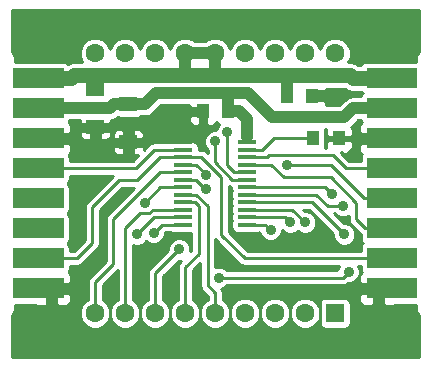
<source format=gbr>
G04 #@! TF.FileFunction,Copper,L1,Top,Signal*
%FSLAX46Y46*%
G04 Gerber Fmt 4.6, Leading zero omitted, Abs format (unit mm)*
G04 Created by KiCad (PCBNEW (2015-12-09 BZR 6195)-product) date Sun Sep  4 13:43:46 2016*
%MOMM*%
G01*
G04 APERTURE LIST*
%ADD10C,0.100000*%
%ADD11R,1.600000X0.400000*%
%ADD12R,1.600000X1.600000*%
%ADD13C,1.600000*%
%ADD14R,3.302000X1.778000*%
%ADD15R,2.032000X1.778000*%
%ADD16R,1.600000X1.200000*%
%ADD17R,1.100000X1.250000*%
%ADD18R,1.000000X1.300000*%
%ADD19C,1.143000*%
%ADD20C,0.889000*%
%ADD21C,1.016000*%
%ADD22C,0.254000*%
%ADD23C,1.270000*%
G04 APERTURE END LIST*
D10*
D11*
X142080000Y-95567500D03*
X142080000Y-96202500D03*
X142080000Y-96837500D03*
X142080000Y-97472500D03*
X142080000Y-98107500D03*
X142080000Y-98742500D03*
X142080000Y-99377500D03*
X142080000Y-100012500D03*
X142080000Y-100647500D03*
X142080000Y-101282500D03*
X142080000Y-101917500D03*
X142080000Y-102552500D03*
X147480000Y-102552500D03*
X147480000Y-101917500D03*
X147480000Y-101282500D03*
X147480000Y-100647500D03*
X147480000Y-100012500D03*
X147480000Y-99377500D03*
X147480000Y-98742500D03*
X147480000Y-98107500D03*
X147480000Y-97472500D03*
X147480000Y-96837500D03*
X147480000Y-96202500D03*
X147480000Y-95567500D03*
D12*
X154940000Y-110060000D03*
D13*
X152400000Y-110060000D03*
X149860000Y-110060000D03*
X147320000Y-110060000D03*
X144780000Y-110060000D03*
X142240000Y-110060000D03*
X139700000Y-110060000D03*
X137160000Y-110060000D03*
X134620000Y-110060000D03*
X134620000Y-88060000D03*
X137160000Y-88060000D03*
X139700000Y-88060000D03*
X142240000Y-88060000D03*
X144780000Y-88060000D03*
X147320000Y-88060000D03*
X149860000Y-88060000D03*
X152400000Y-88060000D03*
X154940000Y-88060000D03*
D14*
X129286000Y-107950000D03*
X129286000Y-105410000D03*
X129286000Y-102870000D03*
X129286000Y-100330000D03*
X129286000Y-97790000D03*
X129286000Y-95250000D03*
X129286000Y-92710000D03*
D15*
X130937000Y-90170000D03*
X130937000Y-92710000D03*
X130937000Y-95250000D03*
X130937000Y-97790000D03*
X130937000Y-100330000D03*
X130937000Y-102870000D03*
X130937000Y-105410000D03*
X130937000Y-107950000D03*
D14*
X129286000Y-90170000D03*
X160274000Y-90170000D03*
X160274000Y-92710000D03*
X160274000Y-95250000D03*
X160274000Y-97790000D03*
X160274000Y-100330000D03*
X160274000Y-102870000D03*
X160274000Y-105410000D03*
D15*
X158623000Y-107950000D03*
X158623000Y-105410000D03*
X158623000Y-102870000D03*
X158623000Y-100330000D03*
X158623000Y-97790000D03*
X158623000Y-95250000D03*
X158623000Y-92710000D03*
X158623000Y-90170000D03*
D14*
X160274000Y-107950000D03*
D16*
X137414000Y-92380000D03*
X137414000Y-95580000D03*
D17*
X143730000Y-92964000D03*
X145830000Y-92964000D03*
D16*
X134620000Y-91110000D03*
X134620000Y-94310000D03*
D17*
X152942000Y-91694000D03*
X150842000Y-91694000D03*
D18*
X155278000Y-95250000D03*
X153078000Y-95250000D03*
D19*
X148590000Y-111760000D03*
X140970000Y-111760000D03*
X140970000Y-86360000D03*
X148590000Y-86360000D03*
X141478000Y-92964000D03*
X141478000Y-94234000D03*
X145542000Y-105410000D03*
X147447000Y-103886000D03*
X133223000Y-99060000D03*
X158623000Y-111760000D03*
X130937000Y-111760000D03*
X130937000Y-86360000D03*
X158623000Y-86360000D03*
X155194000Y-91694000D03*
D20*
X150876000Y-97536000D03*
X143964052Y-98351948D03*
X156083000Y-106553000D03*
X145097520Y-107061000D03*
X141732006Y-104648000D03*
X144018000Y-99567998D03*
X138811000Y-100711000D03*
X138176000Y-103378000D03*
X139573000Y-103251000D03*
X149479000Y-102997000D03*
X151130000Y-102362000D03*
X152400000Y-102362000D03*
X155702000Y-103378000D03*
X155575000Y-100965000D03*
X154686000Y-99949000D03*
X144780000Y-95504000D03*
X145796000Y-94742000D03*
D21*
X149606000Y-93472000D02*
X155702000Y-93472000D01*
X155702000Y-93472000D02*
X156464000Y-92710000D01*
X156464000Y-92710000D02*
X160655000Y-92710000D01*
X145830000Y-92964000D02*
X146812000Y-92964000D01*
X146812000Y-92964000D02*
X147480000Y-93632000D01*
X147480000Y-93632000D02*
X147480000Y-95113500D01*
X145830000Y-92964000D02*
X145830000Y-91640020D01*
X145830000Y-91640020D02*
X146030020Y-91440000D01*
X128905000Y-92710000D02*
X135890000Y-92710000D01*
X135890000Y-92710000D02*
X136220000Y-92380000D01*
X136220000Y-92380000D02*
X137414000Y-92380000D01*
X137414000Y-92380000D02*
X138830000Y-92380000D01*
X138830000Y-92380000D02*
X139770000Y-91440000D01*
X139770000Y-91440000D02*
X146029980Y-91440000D01*
X146029980Y-91440000D02*
X146029990Y-91440010D01*
X146030010Y-91440010D02*
X146030020Y-91440000D01*
X146030020Y-91440000D02*
X147574000Y-91440000D01*
X147574000Y-91440000D02*
X149606000Y-93472000D01*
X149606000Y-93472000D02*
X151257000Y-93472000D01*
D22*
X147480000Y-95113500D02*
X147480000Y-95567500D01*
X158623000Y-86360000D02*
X148590000Y-86360000D01*
X141478000Y-92964000D02*
X143730000Y-92964000D01*
X138862000Y-95580000D02*
X137414000Y-95580000D01*
X141478000Y-94234000D02*
X140208000Y-94234000D01*
X140208000Y-94234000D02*
X138862000Y-95580000D01*
X134620000Y-94310000D02*
X133401000Y-94310000D01*
X133401000Y-94310000D02*
X132461000Y-95250000D01*
X132461000Y-95250000D02*
X128905000Y-95250000D01*
X136017000Y-95377000D02*
X136017000Y-94488000D01*
X136017000Y-94488000D02*
X135839000Y-94310000D01*
X135839000Y-94310000D02*
X134620000Y-94310000D01*
X137414000Y-95580000D02*
X136220000Y-95580000D01*
X136220000Y-95580000D02*
X136017000Y-95377000D01*
X143730000Y-92964000D02*
X143730000Y-94014000D01*
X143730000Y-94014000D02*
X143129000Y-94615000D01*
X143129000Y-94615000D02*
X142367000Y-94615000D01*
X142367000Y-94615000D02*
X142080000Y-94902000D01*
X142080000Y-94902000D02*
X142080000Y-95567500D01*
X158623000Y-95250000D02*
X155278000Y-95250000D01*
D21*
X155194000Y-91694000D02*
X152942000Y-91694000D01*
D22*
X151130000Y-111760000D02*
X153670000Y-111760000D01*
X151130000Y-111760000D02*
X151130000Y-109601000D01*
X148590000Y-111760000D02*
X151130000Y-111760000D01*
X148590000Y-111760000D02*
X148590000Y-109601000D01*
X146050000Y-111760000D02*
X148590000Y-111760000D01*
X153670000Y-111760000D02*
X153670000Y-108966000D01*
X135890000Y-111760000D02*
X135890000Y-109601000D01*
X138430000Y-111760000D02*
X138430000Y-109601000D01*
X140970000Y-111760000D02*
X140970000Y-109601000D01*
X143510000Y-111760000D02*
X143510000Y-109601000D01*
X143510000Y-111760000D02*
X146050000Y-111760000D01*
X146050000Y-111760000D02*
X146050000Y-109601000D01*
X147447000Y-103886000D02*
X147574000Y-103759000D01*
D21*
X130937000Y-107950000D02*
X130937000Y-111760000D01*
D22*
X143510000Y-111760000D02*
X140970000Y-111760000D01*
X140970000Y-111760000D02*
X138430000Y-111760000D01*
X138430000Y-111760000D02*
X135890000Y-111760000D01*
X135890000Y-111760000D02*
X130937000Y-111760000D01*
D21*
X158623000Y-111760000D02*
X158623000Y-107950000D01*
X130937000Y-107950000D02*
X128905000Y-107950000D01*
D22*
X158623000Y-95250000D02*
X160655000Y-95250000D01*
D23*
X144780000Y-89916000D02*
X142240000Y-89916000D01*
X142240000Y-89916000D02*
X134620000Y-89916000D01*
D21*
X142240000Y-88060000D02*
X142240000Y-89916000D01*
D23*
X150876000Y-89916000D02*
X144780000Y-89916000D01*
D21*
X144780000Y-88060000D02*
X144780000Y-89916000D01*
D23*
X156210000Y-89916000D02*
X150876000Y-89916000D01*
D21*
X150842000Y-91694000D02*
X150842000Y-89950000D01*
X150842000Y-89950000D02*
X150876000Y-89916000D01*
D23*
X134620000Y-89916000D02*
X132842000Y-89916000D01*
D21*
X134620000Y-91110000D02*
X134620000Y-89916000D01*
D23*
X158623000Y-90170000D02*
X156464000Y-90170000D01*
X156464000Y-90170000D02*
X156210000Y-89916000D01*
X132842000Y-89916000D02*
X132588000Y-90170000D01*
X132588000Y-90170000D02*
X130937000Y-90170000D01*
D21*
X144780000Y-88060000D02*
X142240000Y-88060000D01*
D22*
X150876000Y-97536000D02*
X154559000Y-97536000D01*
X154559000Y-97536000D02*
X157353000Y-100330000D01*
X157353000Y-100330000D02*
X158623000Y-100330000D01*
X143134000Y-97472500D02*
X143964052Y-98302552D01*
X143964052Y-98302552D02*
X143964052Y-98351948D01*
X142080000Y-97472500D02*
X143134000Y-97472500D01*
X156083000Y-106553000D02*
X155575000Y-107061000D01*
X155575000Y-107061000D02*
X145097520Y-107061000D01*
X147480000Y-97472500D02*
X149542500Y-97472500D01*
X149542500Y-97472500D02*
X150622000Y-98552000D01*
X154570380Y-98552000D02*
X156718000Y-100699620D01*
X150622000Y-98552000D02*
X154570380Y-98552000D01*
X156718000Y-100699620D02*
X156718000Y-102108000D01*
X156718000Y-102108000D02*
X157480000Y-102870000D01*
X157480000Y-102870000D02*
X158623000Y-102870000D01*
X158623000Y-102870000D02*
X160655000Y-102870000D01*
X158470600Y-102870000D02*
X158623000Y-102870000D01*
X158623000Y-105410000D02*
X160655000Y-105410000D01*
X140144500Y-96837500D02*
X142080000Y-96837500D01*
X136652000Y-98806000D02*
X138176000Y-98806000D01*
X134366000Y-101092000D02*
X136652000Y-98806000D01*
X138176000Y-98806000D02*
X140144500Y-96837500D01*
X134366000Y-104140000D02*
X134366000Y-101092000D01*
X133096000Y-105410000D02*
X134366000Y-104140000D01*
X128905000Y-105410000D02*
X133096000Y-105410000D01*
X143617066Y-96837500D02*
X145288000Y-98508434D01*
X147264626Y-105410000D02*
X158623000Y-105410000D01*
X145288000Y-98508434D02*
X145288000Y-103433374D01*
X142080000Y-96837500D02*
X143617066Y-96837500D01*
X145288000Y-103433374D02*
X147264626Y-105410000D01*
X147480000Y-96837500D02*
X149209758Y-96837500D01*
X149209758Y-96837500D02*
X149352740Y-96694518D01*
X149352740Y-96694518D02*
X154733518Y-96694518D01*
X154733518Y-96694518D02*
X155829000Y-97790000D01*
X155829000Y-97790000D02*
X158623000Y-97790000D01*
X158623000Y-97790000D02*
X160655000Y-97790000D01*
X153078000Y-95250000D02*
X149733000Y-95250000D01*
X147480000Y-96202500D02*
X148780500Y-96202500D01*
X148780500Y-96202500D02*
X149733000Y-95250000D01*
X142080000Y-98107500D02*
X140144500Y-98107500D01*
X140144500Y-98107500D02*
X136144000Y-102108000D01*
X136144000Y-102108000D02*
X136144000Y-105918000D01*
X136144000Y-105918000D02*
X134620000Y-107442000D01*
X134620000Y-107442000D02*
X134620000Y-110060000D01*
X139700000Y-110060000D02*
X139700000Y-106680006D01*
X139700000Y-106680006D02*
X141732006Y-104648000D01*
X143134000Y-98742500D02*
X143959498Y-99567998D01*
X142080000Y-98742500D02*
X143134000Y-98742500D01*
X143959498Y-99567998D02*
X144018000Y-99567998D01*
X138811000Y-100711000D02*
X140144500Y-99377500D01*
X140144500Y-99377500D02*
X142080000Y-99377500D01*
X144780000Y-108331000D02*
X144780000Y-110060000D01*
X144145000Y-107696000D02*
X144780000Y-108331000D01*
X144145000Y-101008566D02*
X144145000Y-107696000D01*
X143148934Y-100012500D02*
X144145000Y-101008566D01*
X142080000Y-100012500D02*
X143148934Y-100012500D01*
X143383000Y-100965000D02*
X143383000Y-105029000D01*
X143065500Y-100647500D02*
X143383000Y-100965000D01*
X142080000Y-100647500D02*
X143065500Y-100647500D01*
X142240000Y-106172000D02*
X142240000Y-110060000D01*
X143383000Y-105029000D02*
X142240000Y-106172000D01*
X137160000Y-110060000D02*
X137160000Y-102870000D01*
X137160000Y-102870000D02*
X138430000Y-101600000D01*
X138430000Y-101600000D02*
X139192000Y-101600000D01*
X139192000Y-101600000D02*
X139509500Y-101282500D01*
X139509500Y-101282500D02*
X142080000Y-101282500D01*
X142080000Y-101917500D02*
X139636500Y-101917500D01*
X139636500Y-101917500D02*
X138176000Y-103378000D01*
X140271500Y-102552500D02*
X139573000Y-103251000D01*
X142080000Y-102552500D02*
X140271500Y-102552500D01*
X147480000Y-102552500D02*
X149034501Y-102552501D01*
X149034501Y-102552501D02*
X149479000Y-102997000D01*
X151130000Y-102362000D02*
X150685500Y-101917500D01*
X150685500Y-101917500D02*
X147480000Y-101917500D01*
X152400000Y-102362000D02*
X151320500Y-101282500D01*
X151320500Y-101282500D02*
X147480000Y-101282500D01*
X155702000Y-103378000D02*
X152971500Y-100647500D01*
X152971500Y-100647500D02*
X147480000Y-100647500D01*
X155575000Y-100965000D02*
X154305000Y-100965000D01*
X154305000Y-100965000D02*
X153352500Y-100012500D01*
X153352500Y-100012500D02*
X147480000Y-100012500D01*
X154686000Y-99949000D02*
X154114500Y-99377500D01*
X154114500Y-99377500D02*
X147480000Y-99377500D01*
X144780000Y-97282000D02*
X144780000Y-95504000D01*
X147480000Y-98742500D02*
X146240500Y-98742500D01*
X146240500Y-98742500D02*
X144780000Y-97282000D01*
X145796000Y-97536000D02*
X145796000Y-94742000D01*
X146367500Y-98107500D02*
X145796000Y-97536000D01*
X147480000Y-98107500D02*
X146367500Y-98107500D01*
X139636500Y-96202500D02*
X142080000Y-96202500D01*
X138049000Y-97790000D02*
X139636500Y-96202500D01*
X128905000Y-97790000D02*
X138049000Y-97790000D01*
G36*
X135694987Y-101658987D02*
X135557336Y-101864996D01*
X135509000Y-102108000D01*
X135509000Y-105654975D01*
X134170987Y-106992987D01*
X134033336Y-107198996D01*
X133985000Y-107442000D01*
X133985000Y-108907119D01*
X133880046Y-108950485D01*
X133511778Y-109318110D01*
X133312228Y-109798681D01*
X133311774Y-110319036D01*
X133510485Y-110799954D01*
X133878110Y-111168222D01*
X134358681Y-111367772D01*
X134879036Y-111368226D01*
X135359954Y-111169515D01*
X135728222Y-110801890D01*
X135890152Y-110411918D01*
X136050485Y-110799954D01*
X136418110Y-111168222D01*
X136898681Y-111367772D01*
X137419036Y-111368226D01*
X137899954Y-111169515D01*
X138268222Y-110801890D01*
X138430152Y-110411918D01*
X138590485Y-110799954D01*
X138958110Y-111168222D01*
X139438681Y-111367772D01*
X139959036Y-111368226D01*
X140439954Y-111169515D01*
X140808222Y-110801890D01*
X140970152Y-110411918D01*
X141130485Y-110799954D01*
X141498110Y-111168222D01*
X141978681Y-111367772D01*
X142499036Y-111368226D01*
X142979954Y-111169515D01*
X143348222Y-110801890D01*
X143510152Y-110411918D01*
X143670485Y-110799954D01*
X144038110Y-111168222D01*
X144518681Y-111367772D01*
X145039036Y-111368226D01*
X145519954Y-111169515D01*
X145888222Y-110801890D01*
X146050152Y-110411918D01*
X146210485Y-110799954D01*
X146578110Y-111168222D01*
X147058681Y-111367772D01*
X147579036Y-111368226D01*
X148059954Y-111169515D01*
X148428222Y-110801890D01*
X148590152Y-110411918D01*
X148750485Y-110799954D01*
X149118110Y-111168222D01*
X149598681Y-111367772D01*
X150119036Y-111368226D01*
X150599954Y-111169515D01*
X150968222Y-110801890D01*
X151130152Y-110411918D01*
X151290485Y-110799954D01*
X151658110Y-111168222D01*
X152138681Y-111367772D01*
X152659036Y-111368226D01*
X153139954Y-111169515D01*
X153508222Y-110801890D01*
X153622048Y-110527766D01*
X153622048Y-110860000D01*
X153657470Y-111048253D01*
X153768728Y-111221153D01*
X153938488Y-111337145D01*
X154140000Y-111377952D01*
X155740000Y-111377952D01*
X155928253Y-111342530D01*
X156101153Y-111231272D01*
X156217145Y-111061512D01*
X156257952Y-110860000D01*
X156257952Y-109260000D01*
X156222530Y-109071747D01*
X156111272Y-108898847D01*
X155941512Y-108782855D01*
X155740000Y-108742048D01*
X154140000Y-108742048D01*
X153951747Y-108777470D01*
X153778847Y-108888728D01*
X153662855Y-109058488D01*
X153622048Y-109260000D01*
X153622048Y-109592397D01*
X153509515Y-109320046D01*
X153141890Y-108951778D01*
X152661319Y-108752228D01*
X152140964Y-108751774D01*
X151660046Y-108950485D01*
X151291778Y-109318110D01*
X151129848Y-109708082D01*
X150969515Y-109320046D01*
X150601890Y-108951778D01*
X150121319Y-108752228D01*
X149600964Y-108751774D01*
X149120046Y-108950485D01*
X148751778Y-109318110D01*
X148589848Y-109708082D01*
X148429515Y-109320046D01*
X148061890Y-108951778D01*
X147581319Y-108752228D01*
X147060964Y-108751774D01*
X146580046Y-108950485D01*
X146211778Y-109318110D01*
X146049848Y-109708082D01*
X145889515Y-109320046D01*
X145521890Y-108951778D01*
X145415000Y-108907394D01*
X145415000Y-108331005D01*
X145415001Y-108331000D01*
X145366664Y-108087996D01*
X145310324Y-108003678D01*
X145636363Y-107868961D01*
X145809627Y-107696000D01*
X155575000Y-107696000D01*
X155818004Y-107647664D01*
X156024013Y-107510013D01*
X156028573Y-107505453D01*
X156271633Y-107505665D01*
X156621843Y-107360961D01*
X156890020Y-107093253D01*
X157035335Y-106743295D01*
X157035665Y-106364367D01*
X156903705Y-106045000D01*
X157089048Y-106045000D01*
X157089048Y-106299000D01*
X157124470Y-106487253D01*
X157186431Y-106583543D01*
X157068673Y-106701301D01*
X156972000Y-106934690D01*
X156972000Y-107410250D01*
X157130750Y-107569000D01*
X158105048Y-107569000D01*
X158105048Y-108331000D01*
X157130750Y-108331000D01*
X156972000Y-108489750D01*
X156972000Y-108965310D01*
X157068673Y-109198699D01*
X157247302Y-109377327D01*
X157480691Y-109474000D01*
X158083250Y-109474000D01*
X158242000Y-109315250D01*
X158242000Y-109185035D01*
X158251728Y-109200153D01*
X158421488Y-109316145D01*
X158623000Y-109356952D01*
X159045702Y-109356952D01*
X159162750Y-109474000D01*
X159765309Y-109474000D01*
X159998698Y-109377327D01*
X160019073Y-109356952D01*
X161748000Y-109356952D01*
X161748000Y-109728000D01*
X161790475Y-109941537D01*
X161911434Y-110122566D01*
X162002000Y-110183080D01*
X162002000Y-113742000D01*
X127558000Y-113742000D01*
X127558000Y-110183080D01*
X127648566Y-110122566D01*
X127769525Y-109941537D01*
X127812000Y-109728000D01*
X127812000Y-109356952D01*
X129540927Y-109356952D01*
X129561302Y-109377327D01*
X129794691Y-109474000D01*
X130397250Y-109474000D01*
X130514298Y-109356952D01*
X130937000Y-109356952D01*
X131125253Y-109321530D01*
X131298153Y-109210272D01*
X131318000Y-109181225D01*
X131318000Y-109315250D01*
X131476750Y-109474000D01*
X132079309Y-109474000D01*
X132312698Y-109377327D01*
X132491327Y-109198699D01*
X132588000Y-108965310D01*
X132588000Y-108489750D01*
X132429250Y-108331000D01*
X131454952Y-108331000D01*
X131454952Y-107569000D01*
X132429250Y-107569000D01*
X132588000Y-107410250D01*
X132588000Y-106934690D01*
X132491327Y-106701301D01*
X132373476Y-106583450D01*
X132430145Y-106500512D01*
X132470952Y-106299000D01*
X132470952Y-106045000D01*
X133096000Y-106045000D01*
X133339004Y-105996664D01*
X133545013Y-105859013D01*
X134815013Y-104589013D01*
X134952664Y-104383004D01*
X135001000Y-104140000D01*
X135001000Y-101355026D01*
X136915026Y-99441000D01*
X137912974Y-99441000D01*
X135694987Y-101658987D01*
X135694987Y-101658987D01*
G37*
X135694987Y-101658987D02*
X135557336Y-101864996D01*
X135509000Y-102108000D01*
X135509000Y-105654975D01*
X134170987Y-106992987D01*
X134033336Y-107198996D01*
X133985000Y-107442000D01*
X133985000Y-108907119D01*
X133880046Y-108950485D01*
X133511778Y-109318110D01*
X133312228Y-109798681D01*
X133311774Y-110319036D01*
X133510485Y-110799954D01*
X133878110Y-111168222D01*
X134358681Y-111367772D01*
X134879036Y-111368226D01*
X135359954Y-111169515D01*
X135728222Y-110801890D01*
X135890152Y-110411918D01*
X136050485Y-110799954D01*
X136418110Y-111168222D01*
X136898681Y-111367772D01*
X137419036Y-111368226D01*
X137899954Y-111169515D01*
X138268222Y-110801890D01*
X138430152Y-110411918D01*
X138590485Y-110799954D01*
X138958110Y-111168222D01*
X139438681Y-111367772D01*
X139959036Y-111368226D01*
X140439954Y-111169515D01*
X140808222Y-110801890D01*
X140970152Y-110411918D01*
X141130485Y-110799954D01*
X141498110Y-111168222D01*
X141978681Y-111367772D01*
X142499036Y-111368226D01*
X142979954Y-111169515D01*
X143348222Y-110801890D01*
X143510152Y-110411918D01*
X143670485Y-110799954D01*
X144038110Y-111168222D01*
X144518681Y-111367772D01*
X145039036Y-111368226D01*
X145519954Y-111169515D01*
X145888222Y-110801890D01*
X146050152Y-110411918D01*
X146210485Y-110799954D01*
X146578110Y-111168222D01*
X147058681Y-111367772D01*
X147579036Y-111368226D01*
X148059954Y-111169515D01*
X148428222Y-110801890D01*
X148590152Y-110411918D01*
X148750485Y-110799954D01*
X149118110Y-111168222D01*
X149598681Y-111367772D01*
X150119036Y-111368226D01*
X150599954Y-111169515D01*
X150968222Y-110801890D01*
X151130152Y-110411918D01*
X151290485Y-110799954D01*
X151658110Y-111168222D01*
X152138681Y-111367772D01*
X152659036Y-111368226D01*
X153139954Y-111169515D01*
X153508222Y-110801890D01*
X153622048Y-110527766D01*
X153622048Y-110860000D01*
X153657470Y-111048253D01*
X153768728Y-111221153D01*
X153938488Y-111337145D01*
X154140000Y-111377952D01*
X155740000Y-111377952D01*
X155928253Y-111342530D01*
X156101153Y-111231272D01*
X156217145Y-111061512D01*
X156257952Y-110860000D01*
X156257952Y-109260000D01*
X156222530Y-109071747D01*
X156111272Y-108898847D01*
X155941512Y-108782855D01*
X155740000Y-108742048D01*
X154140000Y-108742048D01*
X153951747Y-108777470D01*
X153778847Y-108888728D01*
X153662855Y-109058488D01*
X153622048Y-109260000D01*
X153622048Y-109592397D01*
X153509515Y-109320046D01*
X153141890Y-108951778D01*
X152661319Y-108752228D01*
X152140964Y-108751774D01*
X151660046Y-108950485D01*
X151291778Y-109318110D01*
X151129848Y-109708082D01*
X150969515Y-109320046D01*
X150601890Y-108951778D01*
X150121319Y-108752228D01*
X149600964Y-108751774D01*
X149120046Y-108950485D01*
X148751778Y-109318110D01*
X148589848Y-109708082D01*
X148429515Y-109320046D01*
X148061890Y-108951778D01*
X147581319Y-108752228D01*
X147060964Y-108751774D01*
X146580046Y-108950485D01*
X146211778Y-109318110D01*
X146049848Y-109708082D01*
X145889515Y-109320046D01*
X145521890Y-108951778D01*
X145415000Y-108907394D01*
X145415000Y-108331005D01*
X145415001Y-108331000D01*
X145366664Y-108087996D01*
X145310324Y-108003678D01*
X145636363Y-107868961D01*
X145809627Y-107696000D01*
X155575000Y-107696000D01*
X155818004Y-107647664D01*
X156024013Y-107510013D01*
X156028573Y-107505453D01*
X156271633Y-107505665D01*
X156621843Y-107360961D01*
X156890020Y-107093253D01*
X157035335Y-106743295D01*
X157035665Y-106364367D01*
X156903705Y-106045000D01*
X157089048Y-106045000D01*
X157089048Y-106299000D01*
X157124470Y-106487253D01*
X157186431Y-106583543D01*
X157068673Y-106701301D01*
X156972000Y-106934690D01*
X156972000Y-107410250D01*
X157130750Y-107569000D01*
X158105048Y-107569000D01*
X158105048Y-108331000D01*
X157130750Y-108331000D01*
X156972000Y-108489750D01*
X156972000Y-108965310D01*
X157068673Y-109198699D01*
X157247302Y-109377327D01*
X157480691Y-109474000D01*
X158083250Y-109474000D01*
X158242000Y-109315250D01*
X158242000Y-109185035D01*
X158251728Y-109200153D01*
X158421488Y-109316145D01*
X158623000Y-109356952D01*
X159045702Y-109356952D01*
X159162750Y-109474000D01*
X159765309Y-109474000D01*
X159998698Y-109377327D01*
X160019073Y-109356952D01*
X161748000Y-109356952D01*
X161748000Y-109728000D01*
X161790475Y-109941537D01*
X161911434Y-110122566D01*
X162002000Y-110183080D01*
X162002000Y-113742000D01*
X127558000Y-113742000D01*
X127558000Y-110183080D01*
X127648566Y-110122566D01*
X127769525Y-109941537D01*
X127812000Y-109728000D01*
X127812000Y-109356952D01*
X129540927Y-109356952D01*
X129561302Y-109377327D01*
X129794691Y-109474000D01*
X130397250Y-109474000D01*
X130514298Y-109356952D01*
X130937000Y-109356952D01*
X131125253Y-109321530D01*
X131298153Y-109210272D01*
X131318000Y-109181225D01*
X131318000Y-109315250D01*
X131476750Y-109474000D01*
X132079309Y-109474000D01*
X132312698Y-109377327D01*
X132491327Y-109198699D01*
X132588000Y-108965310D01*
X132588000Y-108489750D01*
X132429250Y-108331000D01*
X131454952Y-108331000D01*
X131454952Y-107569000D01*
X132429250Y-107569000D01*
X132588000Y-107410250D01*
X132588000Y-106934690D01*
X132491327Y-106701301D01*
X132373476Y-106583450D01*
X132430145Y-106500512D01*
X132470952Y-106299000D01*
X132470952Y-106045000D01*
X133096000Y-106045000D01*
X133339004Y-105996664D01*
X133545013Y-105859013D01*
X134815013Y-104589013D01*
X134952664Y-104383004D01*
X135001000Y-104140000D01*
X135001000Y-101355026D01*
X136915026Y-99441000D01*
X137912974Y-99441000D01*
X135694987Y-101658987D01*
G36*
X141078488Y-103229645D02*
X141280000Y-103270452D01*
X142748000Y-103270452D01*
X142748000Y-104765974D01*
X142684349Y-104829625D01*
X142684671Y-104459367D01*
X142539967Y-104109157D01*
X142272259Y-103840980D01*
X141922301Y-103695665D01*
X141543373Y-103695335D01*
X141193163Y-103840039D01*
X140924986Y-104107747D01*
X140779671Y-104457705D01*
X140779458Y-104702523D01*
X139250987Y-106230993D01*
X139113336Y-106437002D01*
X139065000Y-106680006D01*
X139065000Y-108907119D01*
X138960046Y-108950485D01*
X138591778Y-109318110D01*
X138429848Y-109708082D01*
X138269515Y-109320046D01*
X137901890Y-108951778D01*
X137795000Y-108907394D01*
X137795000Y-104251148D01*
X137985705Y-104330335D01*
X138364633Y-104330665D01*
X138714843Y-104185961D01*
X138938044Y-103963151D01*
X139032747Y-104058020D01*
X139382705Y-104203335D01*
X139761633Y-104203665D01*
X140111843Y-104058961D01*
X140380020Y-103791253D01*
X140525335Y-103441295D01*
X140525548Y-103196478D01*
X140534526Y-103187500D01*
X141016807Y-103187500D01*
X141078488Y-103229645D01*
X141078488Y-103229645D01*
G37*
X141078488Y-103229645D02*
X141280000Y-103270452D01*
X142748000Y-103270452D01*
X142748000Y-104765974D01*
X142684349Y-104829625D01*
X142684671Y-104459367D01*
X142539967Y-104109157D01*
X142272259Y-103840980D01*
X141922301Y-103695665D01*
X141543373Y-103695335D01*
X141193163Y-103840039D01*
X140924986Y-104107747D01*
X140779671Y-104457705D01*
X140779458Y-104702523D01*
X139250987Y-106230993D01*
X139113336Y-106437002D01*
X139065000Y-106680006D01*
X139065000Y-108907119D01*
X138960046Y-108950485D01*
X138591778Y-109318110D01*
X138429848Y-109708082D01*
X138269515Y-109320046D01*
X137901890Y-108951778D01*
X137795000Y-108907394D01*
X137795000Y-104251148D01*
X137985705Y-104330335D01*
X138364633Y-104330665D01*
X138714843Y-104185961D01*
X138938044Y-103963151D01*
X139032747Y-104058020D01*
X139382705Y-104203335D01*
X139761633Y-104203665D01*
X140111843Y-104058961D01*
X140380020Y-103791253D01*
X140525335Y-103441295D01*
X140525548Y-103196478D01*
X140534526Y-103187500D01*
X141016807Y-103187500D01*
X141078488Y-103229645D01*
G36*
X141913315Y-105600659D02*
X141790987Y-105722987D01*
X141653336Y-105928996D01*
X141605000Y-106172000D01*
X141605000Y-108907119D01*
X141500046Y-108950485D01*
X141131778Y-109318110D01*
X140969848Y-109708082D01*
X140809515Y-109320046D01*
X140441890Y-108951778D01*
X140335000Y-108907394D01*
X140335000Y-106943032D01*
X141677578Y-105600453D01*
X141913315Y-105600659D01*
X141913315Y-105600659D01*
G37*
X141913315Y-105600659D02*
X141790987Y-105722987D01*
X141653336Y-105928996D01*
X141605000Y-106172000D01*
X141605000Y-108907119D01*
X141500046Y-108950485D01*
X141131778Y-109318110D01*
X140969848Y-109708082D01*
X140809515Y-109320046D01*
X140441890Y-108951778D01*
X140335000Y-108907394D01*
X140335000Y-106943032D01*
X141677578Y-105600453D01*
X141913315Y-105600659D01*
G36*
X143510000Y-107696000D02*
X143558336Y-107939004D01*
X143695987Y-108145013D01*
X144145000Y-108594026D01*
X144145000Y-108907119D01*
X144040046Y-108950485D01*
X143671778Y-109318110D01*
X143509848Y-109708082D01*
X143349515Y-109320046D01*
X142981890Y-108951778D01*
X142875000Y-108907394D01*
X142875000Y-106435026D01*
X143510000Y-105800026D01*
X143510000Y-107696000D01*
X143510000Y-107696000D01*
G37*
X143510000Y-107696000D02*
X143558336Y-107939004D01*
X143695987Y-108145013D01*
X144145000Y-108594026D01*
X144145000Y-108907119D01*
X144040046Y-108950485D01*
X143671778Y-109318110D01*
X143509848Y-109708082D01*
X143349515Y-109320046D01*
X142981890Y-108951778D01*
X142875000Y-108907394D01*
X142875000Y-106435026D01*
X143510000Y-105800026D01*
X143510000Y-107696000D01*
G36*
X136525000Y-108907119D02*
X136420046Y-108950485D01*
X136051778Y-109318110D01*
X135889848Y-109708082D01*
X135729515Y-109320046D01*
X135361890Y-108951778D01*
X135255000Y-108907394D01*
X135255000Y-107705026D01*
X136525000Y-106435025D01*
X136525000Y-108907119D01*
X136525000Y-108907119D01*
G37*
X136525000Y-108907119D02*
X136420046Y-108950485D01*
X136051778Y-109318110D01*
X135889848Y-109708082D01*
X135729515Y-109320046D01*
X135361890Y-108951778D01*
X135255000Y-108907394D01*
X135255000Y-107705026D01*
X136525000Y-106435025D01*
X136525000Y-108907119D01*
G36*
X144838987Y-103882387D02*
X146815613Y-105859013D01*
X147021621Y-105996664D01*
X147264626Y-106045000D01*
X155262587Y-106045000D01*
X155130665Y-106362705D01*
X155130610Y-106426000D01*
X145809492Y-106426000D01*
X145637773Y-106253980D01*
X145287815Y-106108665D01*
X144908887Y-106108335D01*
X144780000Y-106161590D01*
X144780000Y-103794107D01*
X144838987Y-103882387D01*
X144838987Y-103882387D01*
G37*
X144838987Y-103882387D02*
X146815613Y-105859013D01*
X147021621Y-105996664D01*
X147264626Y-106045000D01*
X155262587Y-106045000D01*
X155130665Y-106362705D01*
X155130610Y-106426000D01*
X145809492Y-106426000D01*
X145637773Y-106253980D01*
X145287815Y-106108665D01*
X144908887Y-106108335D01*
X144780000Y-106161590D01*
X144780000Y-103794107D01*
X144838987Y-103882387D01*
G36*
X133916987Y-100642987D02*
X133779336Y-100848996D01*
X133731000Y-101092000D01*
X133731000Y-103876974D01*
X132832974Y-104775000D01*
X132470952Y-104775000D01*
X132470952Y-104521000D01*
X132435530Y-104332747D01*
X132324272Y-104159847D01*
X132297073Y-104141263D01*
X132314153Y-104130272D01*
X132430145Y-103960512D01*
X132470952Y-103759000D01*
X132470952Y-101981000D01*
X132435530Y-101792747D01*
X132324272Y-101619847D01*
X132297073Y-101601263D01*
X132314153Y-101590272D01*
X132430145Y-101420512D01*
X132470952Y-101219000D01*
X132470952Y-99441000D01*
X132435530Y-99252747D01*
X132324272Y-99079847D01*
X132297073Y-99061263D01*
X132314153Y-99050272D01*
X132430145Y-98880512D01*
X132470952Y-98679000D01*
X132470952Y-98425000D01*
X136134974Y-98425000D01*
X133916987Y-100642987D01*
X133916987Y-100642987D01*
G37*
X133916987Y-100642987D02*
X133779336Y-100848996D01*
X133731000Y-101092000D01*
X133731000Y-103876974D01*
X132832974Y-104775000D01*
X132470952Y-104775000D01*
X132470952Y-104521000D01*
X132435530Y-104332747D01*
X132324272Y-104159847D01*
X132297073Y-104141263D01*
X132314153Y-104130272D01*
X132430145Y-103960512D01*
X132470952Y-103759000D01*
X132470952Y-101981000D01*
X132435530Y-101792747D01*
X132324272Y-101619847D01*
X132297073Y-101601263D01*
X132314153Y-101590272D01*
X132430145Y-101420512D01*
X132470952Y-101219000D01*
X132470952Y-99441000D01*
X132435530Y-99252747D01*
X132324272Y-99079847D01*
X132297073Y-99061263D01*
X132314153Y-99050272D01*
X132430145Y-98880512D01*
X132470952Y-98679000D01*
X132470952Y-98425000D01*
X136134974Y-98425000D01*
X133916987Y-100642987D01*
G36*
X145997496Y-99329164D02*
X146162048Y-99361895D01*
X146162048Y-99577500D01*
X146184969Y-99699314D01*
X146162048Y-99812500D01*
X146162048Y-100212500D01*
X146184969Y-100334314D01*
X146162048Y-100447500D01*
X146162048Y-100847500D01*
X146184969Y-100969314D01*
X146162048Y-101082500D01*
X146162048Y-101482500D01*
X146184969Y-101604314D01*
X146162048Y-101717500D01*
X146162048Y-102117500D01*
X146184969Y-102239314D01*
X146162048Y-102352500D01*
X146162048Y-102752500D01*
X146197470Y-102940753D01*
X146308728Y-103113653D01*
X146478488Y-103229645D01*
X146680000Y-103270452D01*
X148280000Y-103270452D01*
X148468253Y-103235030D01*
X148530259Y-103195130D01*
X148671039Y-103535843D01*
X148938747Y-103804020D01*
X149288705Y-103949335D01*
X149667633Y-103949665D01*
X150017843Y-103804961D01*
X150286020Y-103537253D01*
X150431335Y-103187295D01*
X150431489Y-103010485D01*
X150589747Y-103169020D01*
X150939705Y-103314335D01*
X151318633Y-103314665D01*
X151668843Y-103169961D01*
X151764933Y-103074039D01*
X151859747Y-103169020D01*
X152209705Y-103314335D01*
X152588633Y-103314665D01*
X152938843Y-103169961D01*
X153207020Y-102902253D01*
X153352335Y-102552295D01*
X153352665Y-102173367D01*
X153207961Y-101823157D01*
X152940253Y-101554980D01*
X152590295Y-101409665D01*
X152345477Y-101409452D01*
X152218526Y-101282500D01*
X152708474Y-101282500D01*
X154749547Y-103323573D01*
X154749335Y-103566633D01*
X154894039Y-103916843D01*
X155161747Y-104185020D01*
X155511705Y-104330335D01*
X155890633Y-104330665D01*
X156240843Y-104185961D01*
X156509020Y-103918253D01*
X156654335Y-103568295D01*
X156654665Y-103189367D01*
X156509961Y-102839157D01*
X156242253Y-102570980D01*
X155892295Y-102425665D01*
X155647478Y-102425452D01*
X154822026Y-101600000D01*
X154863028Y-101600000D01*
X155034747Y-101772020D01*
X155384705Y-101917335D01*
X155763633Y-101917665D01*
X156083000Y-101785705D01*
X156083000Y-102108000D01*
X156131336Y-102351004D01*
X156268987Y-102557013D01*
X157030987Y-103319013D01*
X157089048Y-103357808D01*
X157089048Y-103759000D01*
X157124470Y-103947253D01*
X157235728Y-104120153D01*
X157262927Y-104138737D01*
X157245847Y-104149728D01*
X157129855Y-104319488D01*
X157089048Y-104521000D01*
X157089048Y-104775000D01*
X147527652Y-104775000D01*
X145923000Y-103170348D01*
X145923000Y-99279387D01*
X145997496Y-99329164D01*
X145997496Y-99329164D01*
G37*
X145997496Y-99329164D02*
X146162048Y-99361895D01*
X146162048Y-99577500D01*
X146184969Y-99699314D01*
X146162048Y-99812500D01*
X146162048Y-100212500D01*
X146184969Y-100334314D01*
X146162048Y-100447500D01*
X146162048Y-100847500D01*
X146184969Y-100969314D01*
X146162048Y-101082500D01*
X146162048Y-101482500D01*
X146184969Y-101604314D01*
X146162048Y-101717500D01*
X146162048Y-102117500D01*
X146184969Y-102239314D01*
X146162048Y-102352500D01*
X146162048Y-102752500D01*
X146197470Y-102940753D01*
X146308728Y-103113653D01*
X146478488Y-103229645D01*
X146680000Y-103270452D01*
X148280000Y-103270452D01*
X148468253Y-103235030D01*
X148530259Y-103195130D01*
X148671039Y-103535843D01*
X148938747Y-103804020D01*
X149288705Y-103949335D01*
X149667633Y-103949665D01*
X150017843Y-103804961D01*
X150286020Y-103537253D01*
X150431335Y-103187295D01*
X150431489Y-103010485D01*
X150589747Y-103169020D01*
X150939705Y-103314335D01*
X151318633Y-103314665D01*
X151668843Y-103169961D01*
X151764933Y-103074039D01*
X151859747Y-103169020D01*
X152209705Y-103314335D01*
X152588633Y-103314665D01*
X152938843Y-103169961D01*
X153207020Y-102902253D01*
X153352335Y-102552295D01*
X153352665Y-102173367D01*
X153207961Y-101823157D01*
X152940253Y-101554980D01*
X152590295Y-101409665D01*
X152345477Y-101409452D01*
X152218526Y-101282500D01*
X152708474Y-101282500D01*
X154749547Y-103323573D01*
X154749335Y-103566633D01*
X154894039Y-103916843D01*
X155161747Y-104185020D01*
X155511705Y-104330335D01*
X155890633Y-104330665D01*
X156240843Y-104185961D01*
X156509020Y-103918253D01*
X156654335Y-103568295D01*
X156654665Y-103189367D01*
X156509961Y-102839157D01*
X156242253Y-102570980D01*
X155892295Y-102425665D01*
X155647478Y-102425452D01*
X154822026Y-101600000D01*
X154863028Y-101600000D01*
X155034747Y-101772020D01*
X155384705Y-101917335D01*
X155763633Y-101917665D01*
X156083000Y-101785705D01*
X156083000Y-102108000D01*
X156131336Y-102351004D01*
X156268987Y-102557013D01*
X157030987Y-103319013D01*
X157089048Y-103357808D01*
X157089048Y-103759000D01*
X157124470Y-103947253D01*
X157235728Y-104120153D01*
X157262927Y-104138737D01*
X157245847Y-104149728D01*
X157129855Y-104319488D01*
X157089048Y-104521000D01*
X157089048Y-104775000D01*
X147527652Y-104775000D01*
X145923000Y-103170348D01*
X145923000Y-99279387D01*
X145997496Y-99329164D01*
G36*
X142545000Y-92492750D02*
X142703750Y-92651500D01*
X143455000Y-92651500D01*
X143455000Y-92563000D01*
X144005000Y-92563000D01*
X144005000Y-92651500D01*
X144131000Y-92651500D01*
X144131000Y-93276500D01*
X144005000Y-93276500D01*
X144005000Y-94065250D01*
X144163750Y-94224000D01*
X144406309Y-94224000D01*
X144639698Y-94127327D01*
X144818327Y-93948699D01*
X144853363Y-93864114D01*
X144908728Y-93950153D01*
X145078488Y-94066145D01*
X145117006Y-94073945D01*
X144988980Y-94201747D01*
X144843727Y-94551555D01*
X144591367Y-94551335D01*
X144241157Y-94696039D01*
X143972980Y-94963747D01*
X143827665Y-95313705D01*
X143827335Y-95692633D01*
X143972039Y-96042843D01*
X144145000Y-96216107D01*
X144145000Y-96467408D01*
X144066079Y-96388487D01*
X143860070Y-96250836D01*
X143617066Y-96202500D01*
X143397952Y-96202500D01*
X143397952Y-96002500D01*
X143362530Y-95814247D01*
X143251272Y-95641347D01*
X143081512Y-95525355D01*
X142880000Y-95484548D01*
X141280000Y-95484548D01*
X141091747Y-95519970D01*
X141017883Y-95567500D01*
X139636500Y-95567500D01*
X139393496Y-95615836D01*
X139187487Y-95753487D01*
X138722000Y-96218974D01*
X138722000Y-96007000D01*
X138595000Y-95880000D01*
X137795000Y-95880000D01*
X137795000Y-96561000D01*
X137922000Y-96688000D01*
X138252974Y-96688000D01*
X137785974Y-97155000D01*
X132470952Y-97155000D01*
X132470952Y-96901000D01*
X132435530Y-96712747D01*
X132373569Y-96616457D01*
X132491327Y-96498699D01*
X132588000Y-96265310D01*
X132588000Y-96007000D01*
X136106000Y-96007000D01*
X136106000Y-96281047D01*
X136183338Y-96467758D01*
X136326241Y-96610661D01*
X136512952Y-96688000D01*
X136906000Y-96688000D01*
X137033000Y-96561000D01*
X137033000Y-95880000D01*
X136233000Y-95880000D01*
X136106000Y-96007000D01*
X132588000Y-96007000D01*
X132588000Y-95789750D01*
X132429250Y-95631000D01*
X131572000Y-95631000D01*
X131572000Y-95535750D01*
X131413250Y-95377000D01*
X129413000Y-95377000D01*
X129413000Y-95397000D01*
X129159000Y-95397000D01*
X129159000Y-95377000D01*
X129139000Y-95377000D01*
X129139000Y-95123000D01*
X129159000Y-95123000D01*
X129159000Y-95103000D01*
X129413000Y-95103000D01*
X129413000Y-95123000D01*
X131413250Y-95123000D01*
X131572000Y-94964250D01*
X131572000Y-94869000D01*
X132429250Y-94869000D01*
X132561250Y-94737000D01*
X133312000Y-94737000D01*
X133312000Y-95011047D01*
X133389338Y-95197758D01*
X133532241Y-95340661D01*
X133718952Y-95418000D01*
X134112000Y-95418000D01*
X134239000Y-95291000D01*
X134239000Y-94610000D01*
X135001000Y-94610000D01*
X135001000Y-95291000D01*
X135128000Y-95418000D01*
X135521048Y-95418000D01*
X135707759Y-95340661D01*
X135850662Y-95197758D01*
X135928000Y-95011047D01*
X135928000Y-94878953D01*
X136106000Y-94878953D01*
X136106000Y-95153000D01*
X136233000Y-95280000D01*
X137033000Y-95280000D01*
X137033000Y-94599000D01*
X137795000Y-94599000D01*
X137795000Y-95280000D01*
X138595000Y-95280000D01*
X138722000Y-95153000D01*
X138722000Y-94878953D01*
X138644662Y-94692242D01*
X138501759Y-94549339D01*
X138315048Y-94472000D01*
X137922000Y-94472000D01*
X137795000Y-94599000D01*
X137033000Y-94599000D01*
X136906000Y-94472000D01*
X136512952Y-94472000D01*
X136326241Y-94549339D01*
X136183338Y-94692242D01*
X136106000Y-94878953D01*
X135928000Y-94878953D01*
X135928000Y-94737000D01*
X135801000Y-94610000D01*
X135001000Y-94610000D01*
X134239000Y-94610000D01*
X133439000Y-94610000D01*
X133312000Y-94737000D01*
X132561250Y-94737000D01*
X132588000Y-94710250D01*
X132588000Y-94234690D01*
X132491327Y-94001301D01*
X132373476Y-93883450D01*
X132430145Y-93800512D01*
X132445234Y-93726000D01*
X133312000Y-93726000D01*
X133312000Y-93883000D01*
X133439000Y-94010000D01*
X134239000Y-94010000D01*
X134239000Y-93909000D01*
X135001000Y-93909000D01*
X135001000Y-94010000D01*
X135801000Y-94010000D01*
X135928000Y-93883000D01*
X135928000Y-93718441D01*
X136214300Y-93661493D01*
X136278807Y-93648662D01*
X136529859Y-93480913D01*
X136614000Y-93497952D01*
X138214000Y-93497952D01*
X138402253Y-93462530D01*
X138444647Y-93435250D01*
X142545000Y-93435250D01*
X142545000Y-93715310D01*
X142641673Y-93948699D01*
X142820302Y-94127327D01*
X143053691Y-94224000D01*
X143296250Y-94224000D01*
X143455000Y-94065250D01*
X143455000Y-93276500D01*
X142703750Y-93276500D01*
X142545000Y-93435250D01*
X138444647Y-93435250D01*
X138505644Y-93396000D01*
X138830000Y-93396000D01*
X139166833Y-93329000D01*
X139218807Y-93318662D01*
X139548420Y-93098420D01*
X140190841Y-92456000D01*
X142545000Y-92456000D01*
X142545000Y-92492750D01*
X142545000Y-92492750D01*
G37*
X142545000Y-92492750D02*
X142703750Y-92651500D01*
X143455000Y-92651500D01*
X143455000Y-92563000D01*
X144005000Y-92563000D01*
X144005000Y-92651500D01*
X144131000Y-92651500D01*
X144131000Y-93276500D01*
X144005000Y-93276500D01*
X144005000Y-94065250D01*
X144163750Y-94224000D01*
X144406309Y-94224000D01*
X144639698Y-94127327D01*
X144818327Y-93948699D01*
X144853363Y-93864114D01*
X144908728Y-93950153D01*
X145078488Y-94066145D01*
X145117006Y-94073945D01*
X144988980Y-94201747D01*
X144843727Y-94551555D01*
X144591367Y-94551335D01*
X144241157Y-94696039D01*
X143972980Y-94963747D01*
X143827665Y-95313705D01*
X143827335Y-95692633D01*
X143972039Y-96042843D01*
X144145000Y-96216107D01*
X144145000Y-96467408D01*
X144066079Y-96388487D01*
X143860070Y-96250836D01*
X143617066Y-96202500D01*
X143397952Y-96202500D01*
X143397952Y-96002500D01*
X143362530Y-95814247D01*
X143251272Y-95641347D01*
X143081512Y-95525355D01*
X142880000Y-95484548D01*
X141280000Y-95484548D01*
X141091747Y-95519970D01*
X141017883Y-95567500D01*
X139636500Y-95567500D01*
X139393496Y-95615836D01*
X139187487Y-95753487D01*
X138722000Y-96218974D01*
X138722000Y-96007000D01*
X138595000Y-95880000D01*
X137795000Y-95880000D01*
X137795000Y-96561000D01*
X137922000Y-96688000D01*
X138252974Y-96688000D01*
X137785974Y-97155000D01*
X132470952Y-97155000D01*
X132470952Y-96901000D01*
X132435530Y-96712747D01*
X132373569Y-96616457D01*
X132491327Y-96498699D01*
X132588000Y-96265310D01*
X132588000Y-96007000D01*
X136106000Y-96007000D01*
X136106000Y-96281047D01*
X136183338Y-96467758D01*
X136326241Y-96610661D01*
X136512952Y-96688000D01*
X136906000Y-96688000D01*
X137033000Y-96561000D01*
X137033000Y-95880000D01*
X136233000Y-95880000D01*
X136106000Y-96007000D01*
X132588000Y-96007000D01*
X132588000Y-95789750D01*
X132429250Y-95631000D01*
X131572000Y-95631000D01*
X131572000Y-95535750D01*
X131413250Y-95377000D01*
X129413000Y-95377000D01*
X129413000Y-95397000D01*
X129159000Y-95397000D01*
X129159000Y-95377000D01*
X129139000Y-95377000D01*
X129139000Y-95123000D01*
X129159000Y-95123000D01*
X129159000Y-95103000D01*
X129413000Y-95103000D01*
X129413000Y-95123000D01*
X131413250Y-95123000D01*
X131572000Y-94964250D01*
X131572000Y-94869000D01*
X132429250Y-94869000D01*
X132561250Y-94737000D01*
X133312000Y-94737000D01*
X133312000Y-95011047D01*
X133389338Y-95197758D01*
X133532241Y-95340661D01*
X133718952Y-95418000D01*
X134112000Y-95418000D01*
X134239000Y-95291000D01*
X134239000Y-94610000D01*
X135001000Y-94610000D01*
X135001000Y-95291000D01*
X135128000Y-95418000D01*
X135521048Y-95418000D01*
X135707759Y-95340661D01*
X135850662Y-95197758D01*
X135928000Y-95011047D01*
X135928000Y-94878953D01*
X136106000Y-94878953D01*
X136106000Y-95153000D01*
X136233000Y-95280000D01*
X137033000Y-95280000D01*
X137033000Y-94599000D01*
X137795000Y-94599000D01*
X137795000Y-95280000D01*
X138595000Y-95280000D01*
X138722000Y-95153000D01*
X138722000Y-94878953D01*
X138644662Y-94692242D01*
X138501759Y-94549339D01*
X138315048Y-94472000D01*
X137922000Y-94472000D01*
X137795000Y-94599000D01*
X137033000Y-94599000D01*
X136906000Y-94472000D01*
X136512952Y-94472000D01*
X136326241Y-94549339D01*
X136183338Y-94692242D01*
X136106000Y-94878953D01*
X135928000Y-94878953D01*
X135928000Y-94737000D01*
X135801000Y-94610000D01*
X135001000Y-94610000D01*
X134239000Y-94610000D01*
X133439000Y-94610000D01*
X133312000Y-94737000D01*
X132561250Y-94737000D01*
X132588000Y-94710250D01*
X132588000Y-94234690D01*
X132491327Y-94001301D01*
X132373476Y-93883450D01*
X132430145Y-93800512D01*
X132445234Y-93726000D01*
X133312000Y-93726000D01*
X133312000Y-93883000D01*
X133439000Y-94010000D01*
X134239000Y-94010000D01*
X134239000Y-93909000D01*
X135001000Y-93909000D01*
X135001000Y-94010000D01*
X135801000Y-94010000D01*
X135928000Y-93883000D01*
X135928000Y-93718441D01*
X136214300Y-93661493D01*
X136278807Y-93648662D01*
X136529859Y-93480913D01*
X136614000Y-93497952D01*
X138214000Y-93497952D01*
X138402253Y-93462530D01*
X138444647Y-93435250D01*
X142545000Y-93435250D01*
X142545000Y-93715310D01*
X142641673Y-93948699D01*
X142820302Y-94127327D01*
X143053691Y-94224000D01*
X143296250Y-94224000D01*
X143455000Y-94065250D01*
X143455000Y-93276500D01*
X142703750Y-93276500D01*
X142545000Y-93435250D01*
X138444647Y-93435250D01*
X138505644Y-93396000D01*
X138830000Y-93396000D01*
X139166833Y-93329000D01*
X139218807Y-93318662D01*
X139548420Y-93098420D01*
X140190841Y-92456000D01*
X142545000Y-92456000D01*
X142545000Y-92492750D01*
G36*
X157124470Y-93787253D02*
X157186431Y-93883543D01*
X157068673Y-94001301D01*
X156972000Y-94234690D01*
X156972000Y-94710250D01*
X157130750Y-94869000D01*
X157988000Y-94869000D01*
X157988000Y-94964250D01*
X158146750Y-95123000D01*
X160147000Y-95123000D01*
X160147000Y-95103000D01*
X160401000Y-95103000D01*
X160401000Y-95123000D01*
X160421000Y-95123000D01*
X160421000Y-95377000D01*
X160401000Y-95377000D01*
X160401000Y-95397000D01*
X160147000Y-95397000D01*
X160147000Y-95377000D01*
X158146750Y-95377000D01*
X157988000Y-95535750D01*
X157988000Y-95631000D01*
X157130750Y-95631000D01*
X156972000Y-95789750D01*
X156972000Y-96265310D01*
X157068673Y-96498699D01*
X157186524Y-96616550D01*
X157129855Y-96699488D01*
X157089048Y-96901000D01*
X157089048Y-97155000D01*
X156092025Y-97155000D01*
X155405002Y-96467976D01*
X155405002Y-96376252D01*
X155563750Y-96535000D01*
X155904309Y-96535000D01*
X156137698Y-96438327D01*
X156316327Y-96259699D01*
X156413000Y-96026310D01*
X156413000Y-95535750D01*
X156254250Y-95377000D01*
X155405000Y-95377000D01*
X155405000Y-95397000D01*
X155151000Y-95397000D01*
X155151000Y-95377000D01*
X154301750Y-95377000D01*
X154143000Y-95535750D01*
X154143000Y-96026310D01*
X154156755Y-96059518D01*
X154063649Y-96059518D01*
X154095952Y-95900000D01*
X154095952Y-94600000D01*
X154074878Y-94488000D01*
X154143000Y-94488000D01*
X154143000Y-94964250D01*
X154301750Y-95123000D01*
X155151000Y-95123000D01*
X155151000Y-95103000D01*
X155405000Y-95103000D01*
X155405000Y-95123000D01*
X156254250Y-95123000D01*
X156413000Y-94964250D01*
X156413000Y-94473690D01*
X156322709Y-94255709D01*
X156420420Y-94190420D01*
X156884841Y-93726000D01*
X157112945Y-93726000D01*
X157124470Y-93787253D01*
X157124470Y-93787253D01*
G37*
X157124470Y-93787253D02*
X157186431Y-93883543D01*
X157068673Y-94001301D01*
X156972000Y-94234690D01*
X156972000Y-94710250D01*
X157130750Y-94869000D01*
X157988000Y-94869000D01*
X157988000Y-94964250D01*
X158146750Y-95123000D01*
X160147000Y-95123000D01*
X160147000Y-95103000D01*
X160401000Y-95103000D01*
X160401000Y-95123000D01*
X160421000Y-95123000D01*
X160421000Y-95377000D01*
X160401000Y-95377000D01*
X160401000Y-95397000D01*
X160147000Y-95397000D01*
X160147000Y-95377000D01*
X158146750Y-95377000D01*
X157988000Y-95535750D01*
X157988000Y-95631000D01*
X157130750Y-95631000D01*
X156972000Y-95789750D01*
X156972000Y-96265310D01*
X157068673Y-96498699D01*
X157186524Y-96616550D01*
X157129855Y-96699488D01*
X157089048Y-96901000D01*
X157089048Y-97155000D01*
X156092025Y-97155000D01*
X155405002Y-96467976D01*
X155405002Y-96376252D01*
X155563750Y-96535000D01*
X155904309Y-96535000D01*
X156137698Y-96438327D01*
X156316327Y-96259699D01*
X156413000Y-96026310D01*
X156413000Y-95535750D01*
X156254250Y-95377000D01*
X155405000Y-95377000D01*
X155405000Y-95397000D01*
X155151000Y-95397000D01*
X155151000Y-95377000D01*
X154301750Y-95377000D01*
X154143000Y-95535750D01*
X154143000Y-96026310D01*
X154156755Y-96059518D01*
X154063649Y-96059518D01*
X154095952Y-95900000D01*
X154095952Y-94600000D01*
X154074878Y-94488000D01*
X154143000Y-94488000D01*
X154143000Y-94964250D01*
X154301750Y-95123000D01*
X155151000Y-95123000D01*
X155151000Y-95103000D01*
X155405000Y-95103000D01*
X155405000Y-95123000D01*
X156254250Y-95123000D01*
X156413000Y-94964250D01*
X156413000Y-94473690D01*
X156322709Y-94255709D01*
X156420420Y-94190420D01*
X156884841Y-93726000D01*
X157112945Y-93726000D01*
X157124470Y-93787253D01*
G36*
X156026593Y-91225994D02*
X156464000Y-91313000D01*
X157166777Y-91313000D01*
X157235728Y-91420153D01*
X157262927Y-91438737D01*
X157245847Y-91449728D01*
X157129855Y-91619488D01*
X157114766Y-91694000D01*
X156464000Y-91694000D01*
X156139700Y-91758507D01*
X156075193Y-91771338D01*
X155745580Y-91991579D01*
X155281160Y-92456000D01*
X154122572Y-92456000D01*
X154127000Y-92445310D01*
X154127000Y-92165250D01*
X153968250Y-92006500D01*
X153217000Y-92006500D01*
X153217000Y-92095000D01*
X152667000Y-92095000D01*
X152667000Y-92006500D01*
X152541000Y-92006500D01*
X152541000Y-91381500D01*
X152667000Y-91381500D01*
X152667000Y-91293000D01*
X153217000Y-91293000D01*
X153217000Y-91381500D01*
X153968250Y-91381500D01*
X154127000Y-91222750D01*
X154127000Y-91059000D01*
X155776668Y-91059000D01*
X156026593Y-91225994D01*
X156026593Y-91225994D01*
G37*
X156026593Y-91225994D02*
X156464000Y-91313000D01*
X157166777Y-91313000D01*
X157235728Y-91420153D01*
X157262927Y-91438737D01*
X157245847Y-91449728D01*
X157129855Y-91619488D01*
X157114766Y-91694000D01*
X156464000Y-91694000D01*
X156139700Y-91758507D01*
X156075193Y-91771338D01*
X155745580Y-91991579D01*
X155281160Y-92456000D01*
X154122572Y-92456000D01*
X154127000Y-92445310D01*
X154127000Y-92165250D01*
X153968250Y-92006500D01*
X153217000Y-92006500D01*
X153217000Y-92095000D01*
X152667000Y-92095000D01*
X152667000Y-92006500D01*
X152541000Y-92006500D01*
X152541000Y-91381500D01*
X152667000Y-91381500D01*
X152667000Y-91293000D01*
X153217000Y-91293000D01*
X153217000Y-91381500D01*
X153968250Y-91381500D01*
X154127000Y-91222750D01*
X154127000Y-91059000D01*
X155776668Y-91059000D01*
X156026593Y-91225994D01*
G36*
X162002000Y-87936920D02*
X161911434Y-87997434D01*
X161790475Y-88178463D01*
X161748000Y-88392000D01*
X161748000Y-88763048D01*
X157607000Y-88763048D01*
X157418747Y-88798470D01*
X157245847Y-88909728D01*
X157165719Y-89027000D01*
X156897332Y-89027000D01*
X156647407Y-88860006D01*
X156210000Y-88773000D01*
X156060218Y-88773000D01*
X156247772Y-88321319D01*
X156248226Y-87800964D01*
X156049515Y-87320046D01*
X155681890Y-86951778D01*
X155201319Y-86752228D01*
X154680964Y-86751774D01*
X154200046Y-86950485D01*
X153831778Y-87318110D01*
X153669848Y-87708082D01*
X153509515Y-87320046D01*
X153141890Y-86951778D01*
X152661319Y-86752228D01*
X152140964Y-86751774D01*
X151660046Y-86950485D01*
X151291778Y-87318110D01*
X151129848Y-87708082D01*
X150969515Y-87320046D01*
X150601890Y-86951778D01*
X150121319Y-86752228D01*
X149600964Y-86751774D01*
X149120046Y-86950485D01*
X148751778Y-87318110D01*
X148589848Y-87708082D01*
X148429515Y-87320046D01*
X148061890Y-86951778D01*
X147581319Y-86752228D01*
X147060964Y-86751774D01*
X146580046Y-86950485D01*
X146211778Y-87318110D01*
X146049848Y-87708082D01*
X145889515Y-87320046D01*
X145521890Y-86951778D01*
X145041319Y-86752228D01*
X144520964Y-86751774D01*
X144040046Y-86950485D01*
X143946367Y-87044000D01*
X143073951Y-87044000D01*
X142981890Y-86951778D01*
X142501319Y-86752228D01*
X141980964Y-86751774D01*
X141500046Y-86950485D01*
X141131778Y-87318110D01*
X140969848Y-87708082D01*
X140809515Y-87320046D01*
X140441890Y-86951778D01*
X139961319Y-86752228D01*
X139440964Y-86751774D01*
X138960046Y-86950485D01*
X138591778Y-87318110D01*
X138429848Y-87708082D01*
X138269515Y-87320046D01*
X137901890Y-86951778D01*
X137421319Y-86752228D01*
X136900964Y-86751774D01*
X136420046Y-86950485D01*
X136051778Y-87318110D01*
X135889848Y-87708082D01*
X135729515Y-87320046D01*
X135361890Y-86951778D01*
X134881319Y-86752228D01*
X134360964Y-86751774D01*
X133880046Y-86950485D01*
X133511778Y-87318110D01*
X133312228Y-87798681D01*
X133311774Y-88319036D01*
X133499348Y-88773000D01*
X132842000Y-88773000D01*
X132404593Y-88860006D01*
X132319705Y-88916726D01*
X132154512Y-88803855D01*
X131953000Y-88763048D01*
X127812000Y-88763048D01*
X127812000Y-88392000D01*
X127769525Y-88178463D01*
X127648566Y-87997434D01*
X127558000Y-87936920D01*
X127558000Y-84378000D01*
X162002000Y-84378000D01*
X162002000Y-87936920D01*
X162002000Y-87936920D01*
G37*
X162002000Y-87936920D02*
X161911434Y-87997434D01*
X161790475Y-88178463D01*
X161748000Y-88392000D01*
X161748000Y-88763048D01*
X157607000Y-88763048D01*
X157418747Y-88798470D01*
X157245847Y-88909728D01*
X157165719Y-89027000D01*
X156897332Y-89027000D01*
X156647407Y-88860006D01*
X156210000Y-88773000D01*
X156060218Y-88773000D01*
X156247772Y-88321319D01*
X156248226Y-87800964D01*
X156049515Y-87320046D01*
X155681890Y-86951778D01*
X155201319Y-86752228D01*
X154680964Y-86751774D01*
X154200046Y-86950485D01*
X153831778Y-87318110D01*
X153669848Y-87708082D01*
X153509515Y-87320046D01*
X153141890Y-86951778D01*
X152661319Y-86752228D01*
X152140964Y-86751774D01*
X151660046Y-86950485D01*
X151291778Y-87318110D01*
X151129848Y-87708082D01*
X150969515Y-87320046D01*
X150601890Y-86951778D01*
X150121319Y-86752228D01*
X149600964Y-86751774D01*
X149120046Y-86950485D01*
X148751778Y-87318110D01*
X148589848Y-87708082D01*
X148429515Y-87320046D01*
X148061890Y-86951778D01*
X147581319Y-86752228D01*
X147060964Y-86751774D01*
X146580046Y-86950485D01*
X146211778Y-87318110D01*
X146049848Y-87708082D01*
X145889515Y-87320046D01*
X145521890Y-86951778D01*
X145041319Y-86752228D01*
X144520964Y-86751774D01*
X144040046Y-86950485D01*
X143946367Y-87044000D01*
X143073951Y-87044000D01*
X142981890Y-86951778D01*
X142501319Y-86752228D01*
X141980964Y-86751774D01*
X141500046Y-86950485D01*
X141131778Y-87318110D01*
X140969848Y-87708082D01*
X140809515Y-87320046D01*
X140441890Y-86951778D01*
X139961319Y-86752228D01*
X139440964Y-86751774D01*
X138960046Y-86950485D01*
X138591778Y-87318110D01*
X138429848Y-87708082D01*
X138269515Y-87320046D01*
X137901890Y-86951778D01*
X137421319Y-86752228D01*
X136900964Y-86751774D01*
X136420046Y-86950485D01*
X136051778Y-87318110D01*
X135889848Y-87708082D01*
X135729515Y-87320046D01*
X135361890Y-86951778D01*
X134881319Y-86752228D01*
X134360964Y-86751774D01*
X133880046Y-86950485D01*
X133511778Y-87318110D01*
X133312228Y-87798681D01*
X133311774Y-88319036D01*
X133499348Y-88773000D01*
X132842000Y-88773000D01*
X132404593Y-88860006D01*
X132319705Y-88916726D01*
X132154512Y-88803855D01*
X131953000Y-88763048D01*
X127812000Y-88763048D01*
X127812000Y-88392000D01*
X127769525Y-88178463D01*
X127648566Y-87997434D01*
X127558000Y-87936920D01*
X127558000Y-84378000D01*
X162002000Y-84378000D01*
X162002000Y-87936920D01*
M02*

</source>
